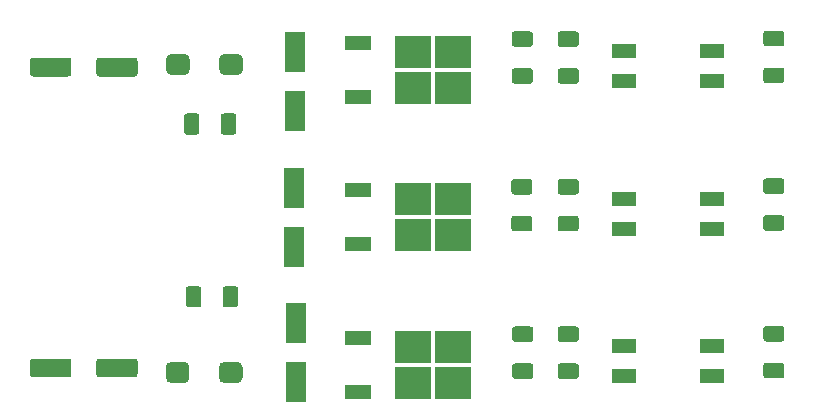
<source format=gbr>
%TF.GenerationSoftware,KiCad,Pcbnew,(5.1.8-0-10_14)*%
%TF.CreationDate,2022-04-27T14:31:31-05:00*%
%TF.ProjectId,PowerBoard,506f7765-7242-46f6-9172-642e6b696361,rev?*%
%TF.SameCoordinates,Original*%
%TF.FileFunction,Paste,Top*%
%TF.FilePolarity,Positive*%
%FSLAX46Y46*%
G04 Gerber Fmt 4.6, Leading zero omitted, Abs format (unit mm)*
G04 Created by KiCad (PCBNEW (5.1.8-0-10_14)) date 2022-04-27 14:31:31*
%MOMM*%
%LPD*%
G01*
G04 APERTURE LIST*
%ADD10R,3.050000X2.750000*%
%ADD11R,2.200000X1.200000*%
%ADD12R,2.000000X1.200000*%
%ADD13R,1.800000X3.500000*%
G04 APERTURE END LIST*
%TO.C,L5*%
G36*
G01*
X64481200Y-90391400D02*
X64481200Y-89491400D01*
G75*
G02*
X64931200Y-89041400I450000J0D01*
G01*
X66031200Y-89041400D01*
G75*
G02*
X66481200Y-89491400I0J-450000D01*
G01*
X66481200Y-90391400D01*
G75*
G02*
X66031200Y-90841400I-450000J0D01*
G01*
X64931200Y-90841400D01*
G75*
G02*
X64481200Y-90391400I0J450000D01*
G01*
G37*
G36*
G01*
X59981200Y-90391400D02*
X59981200Y-89491400D01*
G75*
G02*
X60431200Y-89041400I450000J0D01*
G01*
X61531200Y-89041400D01*
G75*
G02*
X61981200Y-89491400I0J-450000D01*
G01*
X61981200Y-90391400D01*
G75*
G02*
X61531200Y-90841400I-450000J0D01*
G01*
X60431200Y-90841400D01*
G75*
G02*
X59981200Y-90391400I0J450000D01*
G01*
G37*
%TD*%
%TO.C,L4*%
G36*
G01*
X64506600Y-64305600D02*
X64506600Y-63405600D01*
G75*
G02*
X64956600Y-62955600I450000J0D01*
G01*
X66056600Y-62955600D01*
G75*
G02*
X66506600Y-63405600I0J-450000D01*
G01*
X66506600Y-64305600D01*
G75*
G02*
X66056600Y-64755600I-450000J0D01*
G01*
X64956600Y-64755600D01*
G75*
G02*
X64506600Y-64305600I0J450000D01*
G01*
G37*
G36*
G01*
X60006600Y-64305600D02*
X60006600Y-63405600D01*
G75*
G02*
X60456600Y-62955600I450000J0D01*
G01*
X61556600Y-62955600D01*
G75*
G02*
X62006600Y-63405600I0J-450000D01*
G01*
X62006600Y-64305600D01*
G75*
G02*
X61556600Y-64755600I-450000J0D01*
G01*
X60456600Y-64755600D01*
G75*
G02*
X60006600Y-64305600I0J450000D01*
G01*
G37*
%TD*%
D10*
%TO.C,U3*%
X80917600Y-65828400D03*
X84267600Y-62778400D03*
X80917600Y-62778400D03*
X84267600Y-65828400D03*
D11*
X76292600Y-66583400D03*
X76292600Y-62023400D03*
%TD*%
D10*
%TO.C,U2*%
X80917600Y-90815400D03*
X84267600Y-87765400D03*
X80917600Y-87765400D03*
X84267600Y-90815400D03*
D11*
X76292600Y-91570400D03*
X76292600Y-87010400D03*
%TD*%
D10*
%TO.C,U1*%
X80917600Y-78321900D03*
X84267600Y-75271900D03*
X80917600Y-75271900D03*
X84267600Y-78321900D03*
D11*
X76292600Y-79076900D03*
X76292600Y-74516900D03*
%TD*%
D12*
%TO.C,L3*%
X106239000Y-62732600D03*
X106239000Y-65272600D03*
X98739000Y-65272600D03*
X98739000Y-62732600D03*
%TD*%
%TO.C,L2*%
X106239000Y-87719600D03*
X106239000Y-90259600D03*
X98739000Y-90259600D03*
X98739000Y-87719600D03*
%TD*%
%TO.C,L1*%
X106239000Y-75226100D03*
X106239000Y-77766100D03*
X98739000Y-77766100D03*
X98739000Y-75226100D03*
%TD*%
D13*
%TO.C,D3*%
X70916800Y-67803400D03*
X70916800Y-62803400D03*
%TD*%
%TO.C,D2*%
X70967600Y-85790400D03*
X70967600Y-90790400D03*
%TD*%
%TO.C,D1*%
X70840600Y-79296900D03*
X70840600Y-74296900D03*
%TD*%
%TO.C,C13*%
G36*
G01*
X110805199Y-64132600D02*
X112105201Y-64132600D01*
G75*
G02*
X112355200Y-64382599I0J-249999D01*
G01*
X112355200Y-65207601D01*
G75*
G02*
X112105201Y-65457600I-249999J0D01*
G01*
X110805199Y-65457600D01*
G75*
G02*
X110555200Y-65207601I0J249999D01*
G01*
X110555200Y-64382599D01*
G75*
G02*
X110805199Y-64132600I249999J0D01*
G01*
G37*
G36*
G01*
X110805199Y-61007600D02*
X112105201Y-61007600D01*
G75*
G02*
X112355200Y-61257599I0J-249999D01*
G01*
X112355200Y-62082601D01*
G75*
G02*
X112105201Y-62332600I-249999J0D01*
G01*
X110805199Y-62332600D01*
G75*
G02*
X110555200Y-62082601I0J249999D01*
G01*
X110555200Y-61257599D01*
G75*
G02*
X110805199Y-61007600I249999J0D01*
G01*
G37*
%TD*%
%TO.C,C12*%
G36*
G01*
X93406199Y-64183400D02*
X94706201Y-64183400D01*
G75*
G02*
X94956200Y-64433399I0J-249999D01*
G01*
X94956200Y-65258401D01*
G75*
G02*
X94706201Y-65508400I-249999J0D01*
G01*
X93406199Y-65508400D01*
G75*
G02*
X93156200Y-65258401I0J249999D01*
G01*
X93156200Y-64433399D01*
G75*
G02*
X93406199Y-64183400I249999J0D01*
G01*
G37*
G36*
G01*
X93406199Y-61058400D02*
X94706201Y-61058400D01*
G75*
G02*
X94956200Y-61308399I0J-249999D01*
G01*
X94956200Y-62133401D01*
G75*
G02*
X94706201Y-62383400I-249999J0D01*
G01*
X93406199Y-62383400D01*
G75*
G02*
X93156200Y-62133401I0J249999D01*
G01*
X93156200Y-61308399D01*
G75*
G02*
X93406199Y-61058400I249999J0D01*
G01*
G37*
%TD*%
%TO.C,C11*%
G36*
G01*
X89519999Y-64183400D02*
X90820001Y-64183400D01*
G75*
G02*
X91070000Y-64433399I0J-249999D01*
G01*
X91070000Y-65258401D01*
G75*
G02*
X90820001Y-65508400I-249999J0D01*
G01*
X89519999Y-65508400D01*
G75*
G02*
X89270000Y-65258401I0J249999D01*
G01*
X89270000Y-64433399D01*
G75*
G02*
X89519999Y-64183400I249999J0D01*
G01*
G37*
G36*
G01*
X89519999Y-61058400D02*
X90820001Y-61058400D01*
G75*
G02*
X91070000Y-61308399I0J-249999D01*
G01*
X91070000Y-62133401D01*
G75*
G02*
X90820001Y-62383400I-249999J0D01*
G01*
X89519999Y-62383400D01*
G75*
G02*
X89270000Y-62133401I0J249999D01*
G01*
X89270000Y-61308399D01*
G75*
G02*
X89519999Y-61058400I249999J0D01*
G01*
G37*
%TD*%
%TO.C,C10*%
G36*
G01*
X110805199Y-89119600D02*
X112105201Y-89119600D01*
G75*
G02*
X112355200Y-89369599I0J-249999D01*
G01*
X112355200Y-90194601D01*
G75*
G02*
X112105201Y-90444600I-249999J0D01*
G01*
X110805199Y-90444600D01*
G75*
G02*
X110555200Y-90194601I0J249999D01*
G01*
X110555200Y-89369599D01*
G75*
G02*
X110805199Y-89119600I249999J0D01*
G01*
G37*
G36*
G01*
X110805199Y-85994600D02*
X112105201Y-85994600D01*
G75*
G02*
X112355200Y-86244599I0J-249999D01*
G01*
X112355200Y-87069601D01*
G75*
G02*
X112105201Y-87319600I-249999J0D01*
G01*
X110805199Y-87319600D01*
G75*
G02*
X110555200Y-87069601I0J249999D01*
G01*
X110555200Y-86244599D01*
G75*
G02*
X110805199Y-85994600I249999J0D01*
G01*
G37*
%TD*%
%TO.C,C9*%
G36*
G01*
X110805199Y-76626100D02*
X112105201Y-76626100D01*
G75*
G02*
X112355200Y-76876099I0J-249999D01*
G01*
X112355200Y-77701101D01*
G75*
G02*
X112105201Y-77951100I-249999J0D01*
G01*
X110805199Y-77951100D01*
G75*
G02*
X110555200Y-77701101I0J249999D01*
G01*
X110555200Y-76876099D01*
G75*
G02*
X110805199Y-76626100I249999J0D01*
G01*
G37*
G36*
G01*
X110805199Y-73501100D02*
X112105201Y-73501100D01*
G75*
G02*
X112355200Y-73751099I0J-249999D01*
G01*
X112355200Y-74576101D01*
G75*
G02*
X112105201Y-74826100I-249999J0D01*
G01*
X110805199Y-74826100D01*
G75*
G02*
X110555200Y-74576101I0J249999D01*
G01*
X110555200Y-73751099D01*
G75*
G02*
X110805199Y-73501100I249999J0D01*
G01*
G37*
%TD*%
%TO.C,C8*%
G36*
G01*
X93406199Y-89170400D02*
X94706201Y-89170400D01*
G75*
G02*
X94956200Y-89420399I0J-249999D01*
G01*
X94956200Y-90245401D01*
G75*
G02*
X94706201Y-90495400I-249999J0D01*
G01*
X93406199Y-90495400D01*
G75*
G02*
X93156200Y-90245401I0J249999D01*
G01*
X93156200Y-89420399D01*
G75*
G02*
X93406199Y-89170400I249999J0D01*
G01*
G37*
G36*
G01*
X93406199Y-86045400D02*
X94706201Y-86045400D01*
G75*
G02*
X94956200Y-86295399I0J-249999D01*
G01*
X94956200Y-87120401D01*
G75*
G02*
X94706201Y-87370400I-249999J0D01*
G01*
X93406199Y-87370400D01*
G75*
G02*
X93156200Y-87120401I0J249999D01*
G01*
X93156200Y-86295399D01*
G75*
G02*
X93406199Y-86045400I249999J0D01*
G01*
G37*
%TD*%
%TO.C,C7*%
G36*
G01*
X89469199Y-76676900D02*
X90769201Y-76676900D01*
G75*
G02*
X91019200Y-76926899I0J-249999D01*
G01*
X91019200Y-77751901D01*
G75*
G02*
X90769201Y-78001900I-249999J0D01*
G01*
X89469199Y-78001900D01*
G75*
G02*
X89219200Y-77751901I0J249999D01*
G01*
X89219200Y-76926899D01*
G75*
G02*
X89469199Y-76676900I249999J0D01*
G01*
G37*
G36*
G01*
X89469199Y-73551900D02*
X90769201Y-73551900D01*
G75*
G02*
X91019200Y-73801899I0J-249999D01*
G01*
X91019200Y-74626901D01*
G75*
G02*
X90769201Y-74876900I-249999J0D01*
G01*
X89469199Y-74876900D01*
G75*
G02*
X89219200Y-74626901I0J249999D01*
G01*
X89219200Y-73801899D01*
G75*
G02*
X89469199Y-73551900I249999J0D01*
G01*
G37*
%TD*%
%TO.C,C6*%
G36*
G01*
X89545399Y-89170400D02*
X90845401Y-89170400D01*
G75*
G02*
X91095400Y-89420399I0J-249999D01*
G01*
X91095400Y-90245401D01*
G75*
G02*
X90845401Y-90495400I-249999J0D01*
G01*
X89545399Y-90495400D01*
G75*
G02*
X89295400Y-90245401I0J249999D01*
G01*
X89295400Y-89420399D01*
G75*
G02*
X89545399Y-89170400I249999J0D01*
G01*
G37*
G36*
G01*
X89545399Y-86045400D02*
X90845401Y-86045400D01*
G75*
G02*
X91095400Y-86295399I0J-249999D01*
G01*
X91095400Y-87120401D01*
G75*
G02*
X90845401Y-87370400I-249999J0D01*
G01*
X89545399Y-87370400D01*
G75*
G02*
X89295400Y-87120401I0J249999D01*
G01*
X89295400Y-86295399D01*
G75*
G02*
X89545399Y-86045400I249999J0D01*
G01*
G37*
%TD*%
%TO.C,C5*%
G36*
G01*
X93406199Y-76676900D02*
X94706201Y-76676900D01*
G75*
G02*
X94956200Y-76926899I0J-249999D01*
G01*
X94956200Y-77751901D01*
G75*
G02*
X94706201Y-78001900I-249999J0D01*
G01*
X93406199Y-78001900D01*
G75*
G02*
X93156200Y-77751901I0J249999D01*
G01*
X93156200Y-76926899D01*
G75*
G02*
X93406199Y-76676900I249999J0D01*
G01*
G37*
G36*
G01*
X93406199Y-73551900D02*
X94706201Y-73551900D01*
G75*
G02*
X94956200Y-73801899I0J-249999D01*
G01*
X94956200Y-74626901D01*
G75*
G02*
X94706201Y-74876900I-249999J0D01*
G01*
X93406199Y-74876900D01*
G75*
G02*
X93156200Y-74626901I0J249999D01*
G01*
X93156200Y-73801899D01*
G75*
G02*
X93406199Y-73551900I249999J0D01*
G01*
G37*
%TD*%
%TO.C,C4*%
G36*
G01*
X64794100Y-84190601D02*
X64794100Y-82890599D01*
G75*
G02*
X65044099Y-82640600I249999J0D01*
G01*
X65869101Y-82640600D01*
G75*
G02*
X66119100Y-82890599I0J-249999D01*
G01*
X66119100Y-84190601D01*
G75*
G02*
X65869101Y-84440600I-249999J0D01*
G01*
X65044099Y-84440600D01*
G75*
G02*
X64794100Y-84190601I0J249999D01*
G01*
G37*
G36*
G01*
X61669100Y-84190601D02*
X61669100Y-82890599D01*
G75*
G02*
X61919099Y-82640600I249999J0D01*
G01*
X62744101Y-82640600D01*
G75*
G02*
X62994100Y-82890599I0J-249999D01*
G01*
X62994100Y-84190601D01*
G75*
G02*
X62744101Y-84440600I-249999J0D01*
G01*
X61919099Y-84440600D01*
G75*
G02*
X61669100Y-84190601I0J249999D01*
G01*
G37*
%TD*%
%TO.C,C3*%
G36*
G01*
X62828600Y-68260199D02*
X62828600Y-69560201D01*
G75*
G02*
X62578601Y-69810200I-249999J0D01*
G01*
X61753599Y-69810200D01*
G75*
G02*
X61503600Y-69560201I0J249999D01*
G01*
X61503600Y-68260199D01*
G75*
G02*
X61753599Y-68010200I249999J0D01*
G01*
X62578601Y-68010200D01*
G75*
G02*
X62828600Y-68260199I0J-249999D01*
G01*
G37*
G36*
G01*
X65953600Y-68260199D02*
X65953600Y-69560201D01*
G75*
G02*
X65703601Y-69810200I-249999J0D01*
G01*
X64878599Y-69810200D01*
G75*
G02*
X64628600Y-69560201I0J249999D01*
G01*
X64628600Y-68260199D01*
G75*
G02*
X64878599Y-68010200I249999J0D01*
G01*
X65703601Y-68010200D01*
G75*
G02*
X65953600Y-68260199I0J-249999D01*
G01*
G37*
%TD*%
%TO.C,C2*%
G36*
G01*
X54085200Y-90110400D02*
X54085200Y-89010400D01*
G75*
G02*
X54335200Y-88760400I250000J0D01*
G01*
X57335200Y-88760400D01*
G75*
G02*
X57585200Y-89010400I0J-250000D01*
G01*
X57585200Y-90110400D01*
G75*
G02*
X57335200Y-90360400I-250000J0D01*
G01*
X54335200Y-90360400D01*
G75*
G02*
X54085200Y-90110400I0J250000D01*
G01*
G37*
G36*
G01*
X48485200Y-90110400D02*
X48485200Y-89010400D01*
G75*
G02*
X48735200Y-88760400I250000J0D01*
G01*
X51735200Y-88760400D01*
G75*
G02*
X51985200Y-89010400I0J-250000D01*
G01*
X51985200Y-90110400D01*
G75*
G02*
X51735200Y-90360400I-250000J0D01*
G01*
X48735200Y-90360400D01*
G75*
G02*
X48485200Y-90110400I0J250000D01*
G01*
G37*
%TD*%
%TO.C,C1*%
G36*
G01*
X51985200Y-63534200D02*
X51985200Y-64634200D01*
G75*
G02*
X51735200Y-64884200I-250000J0D01*
G01*
X48735200Y-64884200D01*
G75*
G02*
X48485200Y-64634200I0J250000D01*
G01*
X48485200Y-63534200D01*
G75*
G02*
X48735200Y-63284200I250000J0D01*
G01*
X51735200Y-63284200D01*
G75*
G02*
X51985200Y-63534200I0J-250000D01*
G01*
G37*
G36*
G01*
X57585200Y-63534200D02*
X57585200Y-64634200D01*
G75*
G02*
X57335200Y-64884200I-250000J0D01*
G01*
X54335200Y-64884200D01*
G75*
G02*
X54085200Y-64634200I0J250000D01*
G01*
X54085200Y-63534200D01*
G75*
G02*
X54335200Y-63284200I250000J0D01*
G01*
X57335200Y-63284200D01*
G75*
G02*
X57585200Y-63534200I0J-250000D01*
G01*
G37*
%TD*%
M02*

</source>
